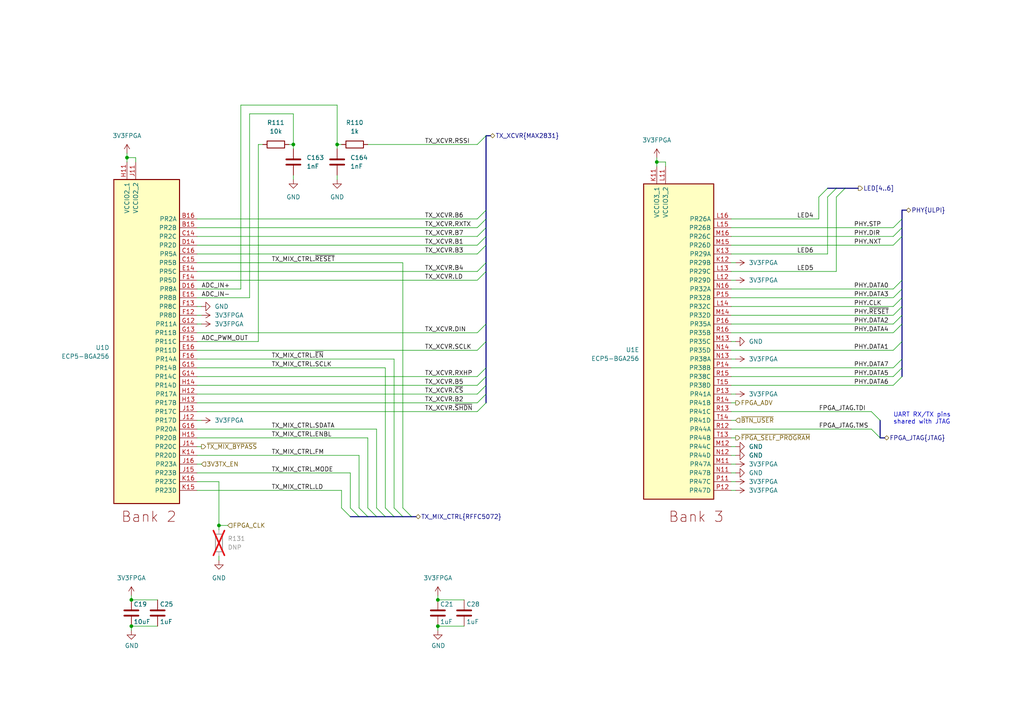
<source format=kicad_sch>
(kicad_sch (version 20230121) (generator eeschema)
  (paper "A4")
  (title_block (title "${TITLE}") (date "${DATE}") (rev "${VERSION}") (company "${COPYRIGHT}") (comment 1 "${LICENSE}"))
  (lib_symbols
    (symbol "Device:C" (pin_numbers hide) (pin_names (offset 0.254))
      (property "Reference" "C" (at 0.635 2.54 0))
      (property "Value" "C" (at 0.635 -2.54 0))
      (symbol "C_0_1"
        (polyline (pts (xy -2.032 -0.762) (xy 2.032 -0.762)) (stroke (width 0.508)))
        (polyline (pts (xy -2.032 0.762) (xy 2.032 0.762)) (stroke (width 0.508)))
      )
      (symbol "C_1_1"
        (pin passive line (at 0 3.81 270) (length 2.794) (name "~") (number "1"))
        (pin passive line (at 0 -3.81 90) (length 2.794) (name "~") (number "2"))
      )
    )
    (symbol "Device:R" (pin_numbers hide) (pin_names (offset 0))
      (property "Reference" "R" (at 2.032 0 90))
      (property "Value" "R" (at 0 0 90))
      (symbol "R_0_1"
        (rectangle (start -1.016 -2.54) (end 1.016 2.54) (stroke (width 0.254)))
      )
      (symbol "R_1_1"
        (pin passive line (at 0 3.81 270) (length 1.27) (name "~") (number "1"))
        (pin passive line (at 0 -3.81 90) (length 1.27) (name "~") (number "2"))
      )
    )
    (symbol "fpgas_and_processors:ECP5-BGA256" (pin_names (offset 0.762))
      (property "Reference" "U" (at -2.54 1.27 0))
      (property "Value" "ECP5-BGA256" (at 10.16 1.27 0))
      (symbol "ECP5-BGA256_1_0"
        (rectangle (start 5.08 0) (end 33.02 -71.12) (stroke (width 0.3048)) (fill (type background)))
      )
      (symbol "ECP5-BGA256_1_1"
        (text "FPGA Supplies" (at 19.05 -76.2 0) (effects (font (size 2.9972 2.9972))))
        (pin power_in line (at 38.1 -2.54 180) (length 5.08) (name "GND_1") (number "A1"))
        (pin power_in line (at 38.1 -5.08 180) (length 5.08) (name "GND_2") (number "A16"))
        (pin power_in line (at 38.1 -10.16 180) (length 5.08) (name "GND_4") (number "D15"))
        (pin power_in line (at 38.1 -7.62 180) (length 5.08) (name "GND_3") (number "D2"))
        (pin power_in line (at 38.1 -12.7 180) (length 5.08) (name "GND_5") (number "F8"))
        (pin power_in line (at 38.1 -15.24 180) (length 5.08) (name "GND_6") (number "F9"))
        (pin power_in line (at 38.1 -20.32 180) (length 5.08) (name "GND_8") (number "G10"))
        (pin power_in line (at 0 -66.04 0) (length 5.08) (name "VCCAUX_1") (number "G11"))
        (pin power_in line (at 0 -2.54 0) (length 5.08) (name "VCC_1") (number "G6"))
        (pin power_in line (at 0 -5.08 0) (length 5.08) (name "VCC_2") (number "G7"))
        (pin power_in line (at 38.1 -17.78 180) (length 5.08) (name "GND_7") (number "G8"))
        (pin power_in line (at 0 -7.62 0) (length 5.08) (name "VCC_3") (number "G9"))
        (pin power_in line (at 38.1 -22.86 180) (length 5.08) (name "GND_9") (number "H1"))
        (pin power_in line (at 38.1 -30.48 180) (length 5.08) (name "GND_12") (number "H10"))
        (pin power_in line (at 38.1 -33.02 180) (length 5.08) (name "GND_13") (number "H16"))
        (pin power_in line (at 38.1 -25.4 180) (length 5.08) (name "GND_10") (number "H8"))
        (pin power_in line (at 38.1 -27.94 180) (length 5.08) (name "GND_11") (number "H9"))
        (pin power_in line (at 38.1 -40.64 180) (length 5.08) (name "GND_16") (number "J10"))
        (pin power_in line (at 38.1 -35.56 180) (length 5.08) (name "GND_14") (number "J8"))
        (pin power_in line (at 38.1 -38.1 180) (length 5.08) (name "GND_15") (number "J9"))
        (pin power_in line (at 38.1 -53.34 180) (length 5.08) (name "GND_21") (number "K10"))
        (pin power_in line (at 38.1 -43.18 180) (length 5.08) (name "GND_17") (number "K6"))
        (pin power_in line (at 38.1 -45.72 180) (length 5.08) (name "GND_18") (number "K7"))
        (pin power_in line (at 38.1 -48.26 180) (length 5.08) (name "GND_19") (number "K8"))
        (pin power_in line (at 38.1 -50.8 180) (length 5.08) (name "GND_20") (number "K9"))
        (pin power_in line (at 0 -15.24 0) (length 5.08) (name "VCC_6") (number "L10"))
        (pin power_in line (at 0 -68.58 0) (length 5.08) (name "VCCAUX_2") (number "L7"))
        (pin power_in line (at 0 -10.16 0) (length 5.08) (name "VCC_4") (number "L8"))
        (pin power_in line (at 0 -12.7 0) (length 5.08) (name "VCC_5") (number "L9"))
        (pin power_in line (at 38.1 -58.42 180) (length 5.08) (name "GND_23") (number "N15"))
        (pin power_in line (at 38.1 -55.88 180) (length 5.08) (name "GND_22") (number "N2"))
        (pin power_in line (at 38.1 -60.96 180) (length 5.08) (name "GND_24") (number "T1"))
        (pin power_in line (at 38.1 -66.04 180) (length 5.08) (name "GND_26") (number "T12"))
        (pin power_in line (at 38.1 -68.58 180) (length 5.08) (name "GND_27") (number "T16"))
        (pin power_in line (at 38.1 -63.5 180) (length 5.08) (name "GND_25") (number "T5"))
      )
      (symbol "ECP5-BGA256_2_1"
        (rectangle (start 0 0) (end 19.05 -74.93) (stroke (width 0.3048)) (fill (type background)))
        (text "Bank 0" (at 10.16 -78.74 0) (effects (font (size 2.9972 2.9972))))
        (pin bidirectional line (at 24.13 -11.43 180) (length 5.08) (name "PT4A") (number "A2"))
        (pin bidirectional line (at 24.13 -16.51 180) (length 5.08) (name "PT6A") (number "A3"))
        (pin bidirectional line (at 24.13 -19.05 180) (length 5.08) (name "PT6B") (number "A4"))
        (pin bidirectional line (at 24.13 -43.18 180) (length 5.08) (name "PT18A") (number "A5"))
        (pin bidirectional line (at 24.13 -45.72 180) (length 5.08) (name "PT18B") (number "A6"))
        (pin bidirectional line (at 24.13 -68.58 180) (length 5.08) (name "PT29A") (number "A7"))
        (pin bidirectional line (at 24.13 -71.12 180) (length 5.08) (name "PT29B") (number "A8"))
        (pin bidirectional line (at 24.13 -13.97 180) (length 5.08) (name "PT4B") (number "B3"))
        (pin bidirectional line (at 24.13 -29.21 180) (length 5.08) (name "PT11B") (number "B4"))
        (pin bidirectional line (at 24.13 -39.37 180) (length 5.08) (name "PT15B") (number "B5"))
        (pin bidirectional line (at 24.13 -55.88 180) (length 5.08) (name "PT22B") (number "B6"))
        (pin bidirectional line (at 24.13 -66.04 180) (length 5.08) (name "PT27B") (number "B7"))
        (pin bidirectional line (at 24.13 -26.67 180) (length 5.08) (name "PT11A") (number "C4"))
        (pin bidirectional line (at 24.13 -36.83 180) (length 5.08) (name "PT15A") (number "C5"))
        (pin bidirectional line (at 24.13 -53.34 180) (length 5.08) (name "PT22A") (number "C6"))
        (pin bidirectional line (at 24.13 -63.5 180) (length 5.08) (name "PT27A") (number "C7"))
        (pin bidirectional line (at 24.13 -24.13 180) (length 5.08) (name "PT9B") (number "D4"))
        (pin bidirectional line (at 24.13 -34.29 180) (length 5.08) (name "PT13B") (number "D5"))
        (pin bidirectional line (at 24.13 -50.8 180) (length 5.08) (name "PT20B") (number "D6"))
        (pin bidirectional line (at 24.13 -60.96 180) (length 5.08) (name "PT24B") (number "D7"))
        (pin bidirectional line (at 24.13 -21.59 180) (length 5.08) (name "PT9A") (number "E4"))
        (pin bidirectional line (at 24.13 -31.75 180) (length 5.08) (name "PT13A") (number "E5"))
        (pin bidirectional line (at 24.13 -48.26 180) (length 5.08) (name "PT20A") (number "E6"))
        (pin bidirectional line (at 24.13 -58.42 180) (length 5.08) (name "PT24A") (number "E7"))
        (pin power_in line (at 7.62 5.08 270) (length 5.08) (name "VCCIO0_1") (number "F6"))
        (pin power_in line (at 5.08 5.08 270) (length 5.08) (name "VCCIO0_2") (number "F7"))
      )
      (symbol "ECP5-BGA256_3_0"
        (rectangle (start 0 0) (end 21.59 -93.98) (stroke (width 0.3048)) (fill (type background)))
      )
      (symbol "ECP5-BGA256_3_1"
        (text "Bank 1" (at 8.89 -96.52 0) (effects (font (size 2.9972 2.9972))))
        (pin bidirectional line (at 26.67 -34.29 180) (length 5.08) (name "PT42B") (number "A10"))
        (pin bidirectional line (at 26.67 -57.15 180) (length 5.08) (name "PT53A") (number "A11"))
        (pin bidirectional line (at 26.67 -59.69 180) (length 5.08) (name "PT53B") (number "A12"))
        (pin bidirectional line (at 26.67 -82.55 180) (length 5.08) (name "PT65A") (number "A13"))
        (pin bidirectional line (at 26.67 -85.09 180) (length 5.08) (name "PT65B") (number "A14"))
        (pin bidirectional line (at 26.67 -90.17 180) (length 5.08) (name "PT67B") (number "A15"))
        (pin bidirectional line (at 26.67 -31.75 180) (length 5.08) (name "PT42A") (number "A9"))
        (pin bidirectional line (at 26.67 -36.83 180) (length 5.08) (name "PT44A") (number "B10"))
        (pin bidirectional line (at 26.67 -46.99 180) (length 5.08) (name "PT49A") (number "B11"))
        (pin bidirectional line (at 26.67 -62.23 180) (length 5.08) (name "PT56A") (number "B12"))
        (pin bidirectional line (at 26.67 -72.39 180) (length 5.08) (name "PT60A") (number "B13"))
        (pin bidirectional line (at 26.67 -87.63 180) (length 5.08) (name "PT67A") (number "B14"))
        (pin bidirectional line (at 26.67 -19.05 180) (length 5.08) (name "PT35B") (number "B8"))
        (pin bidirectional line (at 26.67 -21.59 180) (length 5.08) (name "PT38A") (number "B9"))
        (pin bidirectional line (at 26.67 -39.37 180) (length 5.08) (name "PT44B") (number "C10"))
        (pin bidirectional line (at 26.67 -49.53 180) (length 5.08) (name "PT49B") (number "C11"))
        (pin bidirectional line (at 26.67 -64.77 180) (length 5.08) (name "PT56B") (number "C12"))
        (pin bidirectional line (at 26.67 -74.93 180) (length 5.08) (name "PT60B") (number "C13"))
        (pin bidirectional line (at 26.67 -16.51 180) (length 5.08) (name "PT35A") (number "C8"))
        (pin bidirectional line (at 26.67 -24.13 180) (length 5.08) (name "PT38B") (number "C9"))
        (pin bidirectional line (at 26.67 -41.91 180) (length 5.08) (name "PT47A") (number "D10"))
        (pin bidirectional line (at 26.67 -52.07 180) (length 5.08) (name "PT51A") (number "D11"))
        (pin bidirectional line (at 26.67 -67.31 180) (length 5.08) (name "PT58A") (number "D12"))
        (pin bidirectional line (at 26.67 -77.47 180) (length 5.08) (name "PT62A") (number "D13"))
        (pin bidirectional line (at 26.67 -13.97 180) (length 5.08) (name "PT33B") (number "D8"))
        (pin bidirectional line (at 26.67 -26.67 180) (length 5.08) (name "PT40A") (number "D9"))
        (pin bidirectional line (at 26.67 -44.45 180) (length 5.08) (name "PT47B") (number "E10"))
        (pin bidirectional line (at 26.67 -54.61 180) (length 5.08) (name "PT51B") (number "E11"))
        (pin bidirectional line (at 26.67 -69.85 180) (length 5.08) (name "PT58B") (number "E12"))
        (pin bidirectional line (at 26.67 -80.01 180) (length 5.08) (name "PT62B") (number "E13"))
        (pin bidirectional line (at 26.67 -11.43 180) (length 5.08) (name "PT33A") (number "E8"))
        (pin bidirectional line (at 26.67 -29.21 180) (length 5.08) (name "PT40B") (number "E9"))
        (pin power_in line (at 6.35 5.08 270) (length 5.08) (name "VCCIO1_1") (number "F10"))
        (pin power_in line (at 3.81 5.08 270) (length 5.08) (name "VCCIO1_2") (number "F11"))
      )
      (symbol "ECP5-BGA256_4_1"
        (rectangle (start 0 0) (end 19.05 -93.98) (stroke (width 0.3048)) (fill (type background)))
        (text "Bank 2" (at 10.16 -97.79 0) (effects (font (size 2.9972 2.9972))))
        (pin bidirectional line (at 24.13 -13.97 180) (length 5.08) (name "PR2B") (number "B15"))
        (pin bidirectional line (at 24.13 -11.43 180) (length 5.08) (name "PR2A") (number "B16"))
        (pin bidirectional line (at 24.13 -16.51 180) (length 5.08) (name "PR2C") (number "C14"))
        (pin bidirectional line (at 24.13 -24.13 180) (length 5.08) (name "PR5B") (number "C15"))
        (pin bidirectional line (at 24.13 -21.59 180) (length 5.08) (name "PR5A") (number "C16"))
        (pin bidirectional line (at 24.13 -19.05 180) (length 5.08) (name "PR2D") (number "D14"))
        (pin bidirectional line (at 24.13 -31.75 180) (length 5.08) (name "PR8A") (number "D16"))
        (pin bidirectional line (at 24.13 -26.67 180) (length 5.08) (name "PR5C") (number "E14"))
        (pin bidirectional line (at 24.13 -34.29 180) (length 5.08) (name "PR8B") (number "E15"))
        (pin bidirectional line (at 24.13 -49.53 180) (length 5.08) (name "PR11D") (number "E16"))
        (pin bidirectional line (at 24.13 -39.37 180) (length 5.08) (name "PR8D") (number "F12"))
        (pin bidirectional line (at 24.13 -36.83 180) (length 5.08) (name "PR8C") (number "F13"))
        (pin bidirectional line (at 24.13 -29.21 180) (length 5.08) (name "PR5D") (number "F14"))
        (pin bidirectional line (at 24.13 -46.99 180) (length 5.08) (name "PR11C") (number "F15"))
        (pin bidirectional line (at 24.13 -52.07 180) (length 5.08) (name "PR14A") (number "F16"))
        (pin bidirectional line (at 24.13 -41.91 180) (length 5.08) (name "PR11A") (number "G12"))
        (pin bidirectional line (at 24.13 -44.45 180) (length 5.08) (name "PR11B") (number "G13"))
        (pin bidirectional line (at 24.13 -57.15 180) (length 5.08) (name "PR14C") (number "G14"))
        (pin bidirectional line (at 24.13 -54.61 180) (length 5.08) (name "PR14B") (number "G15"))
        (pin bidirectional line (at 24.13 -72.39 180) (length 5.08) (name "PR20A") (number "G16"))
        (pin power_in line (at 3.81 5.08 270) (length 5.08) (name "VCCIO2_1") (number "H11"))
        (pin bidirectional line (at 24.13 -62.23 180) (length 5.08) (name "PR17A") (number "H12"))
        (pin bidirectional line (at 24.13 -64.77 180) (length 5.08) (name "PR17B") (number "H13"))
        (pin bidirectional line (at 24.13 -59.69 180) (length 5.08) (name "PR14D") (number "H14"))
        (pin bidirectional line (at 24.13 -74.93 180) (length 5.08) (name "PR20B") (number "H15"))
        (pin power_in line (at 6.35 5.08 270) (length 5.08) (name "VCCIO2_2") (number "J11"))
        (pin bidirectional line (at 24.13 -69.85 180) (length 5.08) (name "PR17D") (number "J12"))
        (pin bidirectional line (at 24.13 -67.31 180) (length 5.08) (name "PR17C") (number "J13"))
        (pin bidirectional line (at 24.13 -77.47 180) (length 5.08) (name "PR20C") (number "J14"))
        (pin bidirectional line (at 24.13 -85.09 180) (length 5.08) (name "PR23B") (number "J15"))
        (pin bidirectional line (at 24.13 -82.55 180) (length 5.08) (name "PR23A") (number "J16"))
        (pin bidirectional line (at 24.13 -80.01 180) (length 5.08) (name "PR20D") (number "K14"))
        (pin bidirectional line (at 24.13 -90.17 180) (length 5.08) (name "PR23D") (number "K15"))
        (pin bidirectional line (at 24.13 -87.63 180) (length 5.08) (name "PR23C") (number "K16"))
      )
      (symbol "ECP5-BGA256_5_0"
        (rectangle (start 0 0) (end 20.32 -91.44) (stroke (width 0.3048)) (fill (type background)))
      )
      (symbol "ECP5-BGA256_5_1"
        (text "Bank 3" (at 15.24 -96.52 0) (effects (font (size 2.9972 2.9972))))
        (pin power_in line (at 3.81 5.08 270) (length 5.08) (name "VCCIO3_1") (number "K11"))
        (pin bidirectional line (at 25.4 -22.86 180) (length 5.08) (name "PR29B") (number "K12"))
        (pin bidirectional line (at 25.4 -20.32 180) (length 5.08) (name "PR29A") (number "K13"))
        (pin power_in line (at 6.35 5.08 270) (length 5.08) (name "VCCIO3_2") (number "L11"))
        (pin bidirectional line (at 25.4 -27.94 180) (length 5.08) (name "PR29D") (number "L12"))
        (pin bidirectional line (at 25.4 -25.4 180) (length 5.08) (name "PR29C") (number "L13"))
        (pin bidirectional line (at 25.4 -35.56 180) (length 5.08) (name "PR32C") (number "L14"))
        (pin bidirectional line (at 25.4 -12.7 180) (length 5.08) (name "PR26B") (number "L15"))
        (pin bidirectional line (at 25.4 -10.16 180) (length 5.08) (name "PR26A") (number "L16"))
        (pin bidirectional line (at 25.4 -81.28 180) (length 5.08) (name "PR47A") (number "M11"))
        (pin bidirectional line (at 25.4 -76.2 180) (length 5.08) (name "PR44C") (number "M12"))
        (pin bidirectional line (at 25.4 -45.72 180) (length 5.08) (name "PR35C") (number "M13"))
        (pin bidirectional line (at 25.4 -38.1 180) (length 5.08) (name "PR32D") (number "M14"))
        (pin bidirectional line (at 25.4 -17.78 180) (length 5.08) (name "PR26D") (number "M15"))
        (pin bidirectional line (at 25.4 -15.24 180) (length 5.08) (name "PR26C") (number "M16"))
        (pin bidirectional line (at 25.4 -83.82 180) (length 5.08) (name "PR47B") (number "N11"))
        (pin bidirectional line (at 25.4 -78.74 180) (length 5.08) (name "PR44D") (number "N12"))
        (pin bidirectional line (at 25.4 -50.8 180) (length 5.08) (name "PR38A") (number "N13"))
        (pin bidirectional line (at 25.4 -48.26 180) (length 5.08) (name "PR35D") (number "N14"))
        (pin bidirectional line (at 25.4 -30.48 180) (length 5.08) (name "PR32A") (number "N16"))
        (pin bidirectional line (at 25.4 -86.36 180) (length 5.08) (name "PR47C") (number "P11"))
        (pin bidirectional line (at 25.4 -88.9 180) (length 5.08) (name "PR47D") (number "P12"))
        (pin bidirectional line (at 25.4 -60.96 180) (length 5.08) (name "PR41A") (number "P13"))
        (pin bidirectional line (at 25.4 -53.34 180) (length 5.08) (name "PR38B") (number "P14"))
        (pin bidirectional line (at 25.4 -33.02 180) (length 5.08) (name "PR32B") (number "P15"))
        (pin bidirectional line (at 25.4 -40.64 180) (length 5.08) (name "PR35A") (number "P16"))
        (pin bidirectional line (at 25.4 -71.12 180) (length 5.08) (name "PR44A") (number "R12"))
        (pin bidirectional line (at 25.4 -66.04 180) (length 5.08) (name "PR41C") (number "R13"))
        (pin bidirectional line (at 25.4 -63.5 180) (length 5.08) (name "PR41B") (number "R14"))
        (pin bidirectional line (at 25.4 -55.88 180) (length 5.08) (name "PR38C") (number "R15"))
        (pin bidirectional line (at 25.4 -43.18 180) (length 5.08) (name "PR35B") (number "R16"))
        (pin bidirectional line (at 25.4 -73.66 180) (length 5.08) (name "PR44B") (number "T13"))
        (pin bidirectional line (at 25.4 -68.58 180) (length 5.08) (name "PR41D") (number "T14"))
        (pin bidirectional line (at 25.4 -58.42 180) (length 5.08) (name "PR38D") (number "T15"))
      )
      (symbol "ECP5-BGA256_6_1"
        (rectangle (start 0 0) (end 19.05 -106.68) (stroke (width 0.3048)) (fill (type background)))
        (text "Bank 6" (at 11.43 -110.49 0) (effects (font (size 2.9972 2.9972))))
        (pin power_in line (at 3.81 5.08 270) (length 5.08) (name "VCCIO6_1") (number "J6"))
        (pin power_in line (at 6.35 5.08 270) (length 5.08) (name "VCCIO6_2") (number "J7"))
        (pin bidirectional line (at 24.13 -25.4 180) (length 5.08) (name "PL29A") (number "K4"))
        (pin bidirectional line (at 24.13 -27.94 180) (length 5.08) (name "PL29B") (number "K5"))
        (pin bidirectional line (at 24.13 -13.97 180) (length 5.08) (name "PL26A") (number "L1"))
        (pin bidirectional line (at 24.13 -16.51 180) (length 5.08) (name "PL26B") (number "L2"))
        (pin bidirectional line (at 24.13 -41.91 180) (length 5.08) (name "PL32C") (number "L3"))
        (pin bidirectional line (at 24.13 -30.48 180) (length 5.08) (name "PL29C") (number "L4"))
        (pin bidirectional line (at 24.13 -33.02 180) (length 5.08) (name "PL29D") (number "L5"))
        (pin bidirectional line (at 24.13 -19.05 180) (length 5.08) (name "PL26C") (number "M1"))
        (pin bidirectional line (at 24.13 -21.59 180) (length 5.08) (name "PL26D") (number "M2"))
        (pin bidirectional line (at 24.13 -44.45 180) (length 5.08) (name "PL32D") (number "M3"))
        (pin bidirectional line (at 24.13 -53.34 180) (length 5.08) (name "PL35C") (number "M4"))
        (pin bidirectional line (at 24.13 -78.74 180) (length 5.08) (name "PL44C") (number "M5"))
        (pin bidirectional line (at 24.13 -96.52 180) (length 5.08) (name "PL47A") (number "M6"))
        (pin bidirectional line (at 24.13 -36.83 180) (length 5.08) (name "PL32A") (number "N1"))
        (pin bidirectional line (at 24.13 -55.88 180) (length 5.08) (name "PL35D") (number "N3"))
        (pin bidirectional line (at 24.13 -60.96 180) (length 5.08) (name "PL38A") (number "N4"))
        (pin bidirectional line (at 24.13 -81.28 180) (length 5.08) (name "PL44D") (number "N5"))
        (pin bidirectional line (at 24.13 -99.06 180) (length 5.08) (name "PL47B") (number "N6"))
        (pin bidirectional line (at 24.13 -48.26 180) (length 5.08) (name "PL35A") (number "P1"))
        (pin bidirectional line (at 24.13 -39.37 180) (length 5.08) (name "PL32B") (number "P2"))
        (pin bidirectional line (at 24.13 -63.5 180) (length 5.08) (name "PL38B") (number "P3"))
        (pin bidirectional line (at 24.13 -85.09 180) (length 5.08) (name "PL41A") (number "P4"))
        (pin bidirectional line (at 24.13 -101.6 180) (length 5.08) (name "PL47D") (number "P5"))
        (pin bidirectional line (at 24.13 -104.14 180) (length 5.08) (name "PL47C") (number "P6"))
        (pin bidirectional line (at 24.13 -50.8 180) (length 5.08) (name "PL35B") (number "R1"))
        (pin bidirectional line (at 24.13 -66.04 180) (length 5.08) (name "PL38C") (number "R2"))
        (pin bidirectional line (at 24.13 -87.63 180) (length 5.08) (name "PL41B") (number "R3"))
        (pin bidirectional line (at 24.13 -90.17 180) (length 5.08) (name "PL41C") (number "R4"))
        (pin bidirectional line (at 24.13 -73.66 180) (length 5.08) (name "PL44A") (number "R5"))
        (pin bidirectional line (at 24.13 -68.58 180) (length 5.08) (name "PL38D") (number "T2"))
        (pin bidirectional line (at 24.13 -92.71 180) (length 5.08) (name "PL41D") (number "T3"))
        (pin bidirectional line (at 24.13 -76.2 180) (length 5.08) (name "PL44B") (number "T4"))
      )
      (symbol "ECP5-BGA256_7_1"
        (rectangle (start 0 0) (end 20.32 -109.22) (stroke (width 0.3048)) (fill (type background)))
        (text "Bank 7" (at 12.7 -113.03 0) (effects (font (size 2.9972 2.9972))))
        (pin bidirectional line (at 25.4 -10.16 180) (length 5.08) (name "PL2A") (number "B1"))
        (pin bidirectional line (at 25.4 -12.7 180) (length 5.08) (name "PL2B") (number "B2"))
        (pin bidirectional line (at 25.4 -22.86 180) (length 5.08) (name "PL5A") (number "C1"))
        (pin bidirectional line (at 25.4 -25.4 180) (length 5.08) (name "PL5B") (number "C2"))
        (pin bidirectional line (at 25.4 -15.24 180) (length 5.08) (name "PL2C") (number "C3"))
        (pin bidirectional line (at 25.4 -35.56 180) (length 5.08) (name "PL8A") (number "D1"))
        (pin bidirectional line (at 25.4 -17.78 180) (length 5.08) (name "PL2D") (number "D3"))
        (pin bidirectional line (at 25.4 -54.61 180) (length 5.08) (name "PL11D") (number "E1"))
        (pin bidirectional line (at 25.4 -38.1 180) (length 5.08) (name "PL8B") (number "E2"))
        (pin bidirectional line (at 25.4 -27.94 180) (length 5.08) (name "PL5C") (number "E3"))
        (pin bidirectional line (at 25.4 -59.69 180) (length 5.08) (name "PL14A") (number "F1"))
        (pin bidirectional line (at 25.4 -52.07 180) (length 5.08) (name "PL11C") (number "F2"))
        (pin bidirectional line (at 25.4 -30.48 180) (length 5.08) (name "PL5D") (number "F3"))
        (pin bidirectional line (at 25.4 -40.64 180) (length 5.08) (name "PL8C") (number "F4"))
        (pin bidirectional line (at 25.4 -43.18 180) (length 5.08) (name "PL8D") (number "F5"))
        (pin bidirectional line (at 25.4 -82.55 180) (length 5.08) (name "PL20A") (number "G1"))
        (pin bidirectional line (at 25.4 -62.23 180) (length 5.08) (name "PL14B") (number "G2"))
        (pin bidirectional line (at 25.4 -64.77 180) (length 5.08) (name "PL14C") (number "G3"))
        (pin bidirectional line (at 25.4 -49.53 180) (length 5.08) (name "PL11B") (number "G4"))
        (pin bidirectional line (at 25.4 -46.99 180) (length 5.08) (name "PL11A") (number "G5"))
        (pin bidirectional line (at 25.4 -85.09 180) (length 5.08) (name "PL20B") (number "H2"))
        (pin bidirectional line (at 25.4 -67.31 180) (length 5.08) (name "PL14D") (number "H3"))
        (pin bidirectional line (at 25.4 -73.66 180) (length 5.08) (name "PL17B") (number "H4"))
        (pin bidirectional line (at 25.4 -71.12 180) (length 5.08) (name "PL17A") (number "H5"))
        (pin power_in line (at 7.62 5.08 270) (length 5.08) (name "VCCIO7_1") (number "H6"))
        (pin power_in line (at 5.08 5.08 270) (length 5.08) (name "VCCIO7_2") (number "H7"))
        (pin bidirectional line (at 25.4 -95.25 180) (length 5.08) (name "PL23A") (number "J1"))
        (pin bidirectional line (at 25.4 -97.79 180) (length 5.08) (name "PL23B") (number "J2"))
        (pin bidirectional line (at 25.4 -87.63 180) (length 5.08) (name "PL20C") (number "J3"))
        (pin bidirectional line (at 25.4 -76.2 180) (length 5.08) (name "PL17C") (number "J4"))
        (pin bidirectional line (at 25.4 -78.74 180) (length 5.08) (name "PL17D") (number "J5"))
        (pin bidirectional line (at 25.4 -100.33 180) (length 5.08) (name "PL23C") (number "K1"))
        (pin bidirectional line (at 25.4 -102.87 180) (length 5.08) (name "PL23D") (number "K2"))
        (pin bidirectional line (at 25.4 -90.17 180) (length 5.08) (name "PL20D") (number "K3"))
      )
      (symbol "ECP5-BGA256_8_0"
        (text "(Config)" (at 13.97 -97.79 0) (effects (font (size 2.9972 2.9972))))
        (text "Bank 8" (at 13.97 -92.71 0) (effects (font (size 2.9972 2.9972))))
      )
      (symbol "ECP5-BGA256_8_1"
        (rectangle (start 0 0) (end 21.59 -88.9) (stroke (width 0.3048)) (fill (type background)))
        (pin power_in line (at 5.08 5.08 270) (length 5.08) (name "VCCIO8") (number "L6"))
        (pin output line (at 26.67 -57.15 180) (length 5.08) (name "TDO") (number "M10"))
        (pin bidirectional line (at 26.67 -24.13 180) (length 5.08) (name "D2/PB9B") (number "M7"))
        (pin bidirectional line (at 26.67 -39.37 180) (length 5.08) (name "DOUT/CSON/PB15B") (number "M8"))
        (pin bidirectional line (at 26.67 -41.91 180) (length 5.08) (name "WRITEEN/PB18A") (number "M9"))
        (pin input line (at 26.67 -68.58 180) (length 5.08) (name "CFG_0") (number "N10"))
        (pin bidirectional line (at 26.67 -21.59 180) (length 5.08) (name "D3/PB9A") (number "N7"))
        (pin bidirectional line (at 26.67 -36.83 180) (length 5.08) (name "HOLDN/DI/PB15A") (number "N8"))
        (pin bidirectional line (at 26.67 -63.5 180) (length 5.08) (name "MCLK/SCLK/CCLK") (number "N9"))
        (pin input line (at 26.67 -71.12 180) (length 5.08) (name "CFG_1") (number "P10"))
        (pin bidirectional line (at 26.67 -19.05 180) (length 5.08) (name "D4/PICO2/PB6B") (number "P7"))
        (pin bidirectional line (at 26.67 -34.29 180) (length 5.08) (name "CS1N/PB13B") (number "P8"))
        (pin bidirectional line (at 26.67 -80.01 180) (length 5.08) (name "DONE") (number "P9"))
        (pin input line (at 26.67 -73.66 180) (length 5.08) (name "CFG_2") (number "R10"))
        (pin input line (at 26.67 -54.61 180) (length 5.08) (name "TDI") (number "R11"))
        (pin bidirectional line (at 26.67 -13.97 180) (length 5.08) (name "D6/PB4B") (number "R6"))
        (pin bidirectional line (at 26.67 -16.51 180) (length 5.08) (name "D5/POCI2/PB6A") (number "R7"))
        (pin bidirectional line (at 26.67 -31.75 180) (length 5.08) (name "SN/CSN/PB13A") (number "R8"))
        (pin bidirectional line (at 26.67 -85.09 180) (length 5.08) (name "PROGRAMN") (number "R9"))
        (pin input line (at 26.67 -52.07 180) (length 5.08) (name "TCK") (number "T10"))
        (pin input line (at 26.67 -49.53 180) (length 5.08) (name "TMS") (number "T11"))
        (pin bidirectional line (at 26.67 -11.43 180) (length 5.08) (name "D7/PB4A") (number "T6"))
        (pin bidirectional line (at 26.67 -26.67 180) (length 5.08) (name "D1/POCI/PB11A") (number "T7"))
        (pin bidirectional line (at 26.67 -29.21 180) (length 5.08) (name "D0/PICO/PB11B") (number "T8"))
        (pin bidirectional line (at 26.67 -82.55 180) (length 5.08) (name "INITN") (number "T9"))
      )
    )
    (symbol "power:GND" (power) (pin_names (offset 0))
      (property "Value" "GND" (at 0 -3.81 0))
      (symbol "GND_0_1"
        (polyline (pts (xy 0 0) (xy 0 -1.27) (xy 1.27 -1.27) (xy 0 -2.54) (xy -1.27 -1.27) (xy 0 -1.27)))
      )
      (symbol "GND_1_1"
        (pin power_in line (at 0 0 270) (length 0) hide (name "GND") (number "1"))
      )
    )
    (symbol "support_hardware:3V3FPGA" (power) (pin_names (offset 0))
      (property "Value" "3V3FPGA" (at 0 3.81 0))
      (symbol "3V3FPGA_0_1"
        (polyline (pts (xy -0.762 1.27) (xy 0 2.54)))
        (polyline (pts (xy 0 0) (xy 0 2.54)))
        (polyline (pts (xy 0 2.54) (xy 0.762 1.27)))
      )
      (symbol "3V3FPGA_1_1"
        (pin power_in line (at 0 0 90) (length 0) hide (name "3V3FPGA") (number "1"))
      )
    )
  )
  (junction (at 190.5 46.99))
  (junction (at 127 181.61))
  (junction (at 36.83 45.72))
  (junction (at 97.79 41.91))
  (junction (at 63.5 152.4))
  (junction (at 127 173.99))
  (junction (at 85.09 41.91))
  (junction (at 38.1 173.99))
  (junction (at 38.1 181.61))
  (bus_entry (at 111.76 149.86) (size -2.54 -2.54))
  (bus_entry (at 106.68 149.86) (size -2.54 -2.54))
  (bus_entry (at 259.08 66.04) (size 2.54 -2.54))
  (bus_entry (at 140.97 71.12) (size -2.54 2.54))
  (bus_entry (at 140.97 76.2) (size -2.54 2.54))
  (bus_entry (at 140.97 99.06) (size -2.54 2.54))
  (bus_entry (at 140.97 63.5) (size -2.54 2.54))
  (bus_entry (at 259.08 101.6) (size 2.54 -2.54))
  (bus_entry (at 104.14 149.86) (size -2.54 -2.54))
  (bus_entry (at 245.11 54.61) (size -2.54 2.54))
  (bus_entry (at 140.97 114.3) (size -2.54 2.54))
  (bus_entry (at 140.97 111.76) (size -2.54 2.54))
  (bus_entry (at 252.73 124.46) (size 2.54 2.54))
  (bus_entry (at 116.84 149.86) (size -2.54 -2.54))
  (bus_entry (at 259.08 68.58) (size 2.54 -2.54))
  (bus_entry (at 259.08 109.22) (size 2.54 -2.54))
  (bus_entry (at 259.08 106.68) (size 2.54 -2.54))
  (bus_entry (at 259.08 93.98) (size 2.54 -2.54))
  (bus_entry (at 259.08 86.36) (size 2.54 -2.54))
  (bus_entry (at 252.73 119.38) (size 2.54 2.54))
  (bus_entry (at 140.97 106.68) (size -2.54 2.54))
  (bus_entry (at 140.97 68.58) (size -2.54 2.54))
  (bus_entry (at 114.3 149.86) (size -2.54 -2.54))
  (bus_entry (at 140.97 109.22) (size -2.54 2.54))
  (bus_entry (at 259.08 83.82) (size 2.54 -2.54))
  (bus_entry (at 259.08 88.9) (size 2.54 -2.54))
  (bus_entry (at 140.97 93.98) (size -2.54 2.54))
  (bus_entry (at 140.97 66.04) (size -2.54 2.54))
  (bus_entry (at 140.97 60.96) (size -2.54 2.54))
  (bus_entry (at 259.08 71.12) (size 2.54 -2.54))
  (bus_entry (at 109.22 149.86) (size -2.54 -2.54))
  (bus_entry (at 259.08 96.52) (size 2.54 -2.54))
  (bus_entry (at 101.6 149.86) (size -2.54 -2.54))
  (bus_entry (at 259.08 111.76) (size 2.54 -2.54))
  (bus_entry (at 140.97 116.84) (size -2.54 2.54))
  (bus_entry (at 242.57 54.61) (size -2.54 2.54))
  (bus_entry (at 140.97 78.74) (size -2.54 2.54))
  (bus_entry (at 119.38 149.86) (size -2.54 -2.54))
  (bus_entry (at 261.62 88.9) (size -2.54 2.54))
  (bus_entry (at 240.03 54.61) (size -2.54 2.54))
  (bus_entry (at 140.97 39.37) (size -2.54 2.54))
  (bus (pts (xy 140.97 60.96) (xy 140.97 63.5)))
  (bus (pts (xy 261.62 68.58) (xy 261.62 81.28)))
  (wire (pts (xy 259.08 66.04) (xy 212.09 66.04)))
  (wire (pts (xy 190.5 45.72) (xy 190.5 46.99)))
  (wire (pts (xy 212.09 73.66) (xy 240.03 73.66)))
  (wire (pts (xy 190.5 46.99) (xy 193.04 46.99)))
  (bus (pts (xy 261.62 81.28) (xy 261.62 83.82)))
  (wire (pts (xy 259.08 68.58) (xy 212.09 68.58)))
  (bus (pts (xy 140.97 39.37) (xy 142.24 39.37)))
  (wire (pts (xy 127 172.72) (xy 127 173.99)))
  (wire (pts (xy 127 181.61) (xy 127 182.88)))
  (bus (pts (xy 140.97 111.76) (xy 140.97 114.3)))
  (wire (pts (xy 57.15 96.52) (xy 138.43 96.52)))
  (wire (pts (xy 213.36 127) (xy 212.09 127)))
  (wire (pts (xy 193.04 46.99) (xy 193.04 48.26)))
  (bus (pts (xy 261.62 86.36) (xy 261.62 88.9)))
  (wire (pts (xy 97.79 41.91) (xy 99.06 41.91)))
  (bus (pts (xy 140.97 93.98) (xy 140.97 99.06)))
  (wire (pts (xy 57.15 114.3) (xy 138.43 114.3)))
  (bus (pts (xy 240.03 54.61) (xy 242.57 54.61)))
  (bus (pts (xy 261.62 60.96) (xy 261.62 63.5)))
  (wire (pts (xy 212.09 104.14) (xy 213.36 104.14)))
  (bus (pts (xy 106.68 149.86) (xy 109.22 149.86)))
  (bus (pts (xy 140.97 63.5) (xy 140.97 66.04)))
  (wire (pts (xy 212.09 114.3) (xy 213.36 114.3)))
  (wire (pts (xy 38.1 181.61) (xy 38.1 182.88)))
  (bus (pts (xy 109.22 149.86) (xy 111.76 149.86)))
  (wire (pts (xy 69.85 30.48) (xy 69.85 83.82)))
  (wire (pts (xy 109.22 124.46) (xy 109.22 147.32)))
  (bus (pts (xy 261.62 66.04) (xy 261.62 68.58)))
  (wire (pts (xy 63.5 152.4) (xy 66.04 152.4)))
  (wire (pts (xy 259.08 93.98) (xy 212.09 93.98)))
  (wire (pts (xy 36.83 46.99) (xy 36.83 45.72)))
  (wire (pts (xy 212.09 119.38) (xy 252.73 119.38)))
  (bus (pts (xy 140.97 68.58) (xy 140.97 71.12)))
  (wire (pts (xy 114.3 104.14) (xy 114.3 147.32)))
  (wire (pts (xy 127 173.99) (xy 134.62 173.99)))
  (wire (pts (xy 57.15 139.7) (xy 63.5 139.7)))
  (wire (pts (xy 212.09 142.24) (xy 213.36 142.24)))
  (bus (pts (xy 116.84 149.86) (xy 119.38 149.86)))
  (bus (pts (xy 140.97 39.37) (xy 140.97 60.96)))
  (wire (pts (xy 85.09 50.8) (xy 85.09 52.07)))
  (wire (pts (xy 69.85 83.82) (xy 57.15 83.82)))
  (wire (pts (xy 57.15 142.24) (xy 99.06 142.24)))
  (wire (pts (xy 57.15 127) (xy 106.68 127)))
  (wire (pts (xy 57.15 109.22) (xy 138.43 109.22)))
  (wire (pts (xy 57.15 101.6) (xy 138.43 101.6)))
  (wire (pts (xy 38.1 172.72) (xy 38.1 173.99)))
  (bus (pts (xy 140.97 109.22) (xy 140.97 111.76)))
  (wire (pts (xy 57.15 137.16) (xy 101.6 137.16)))
  (wire (pts (xy 36.83 45.72) (xy 36.83 44.45)))
  (wire (pts (xy 190.5 48.26) (xy 190.5 46.99)))
  (bus (pts (xy 101.6 149.86) (xy 104.14 149.86)))
  (bus (pts (xy 242.57 54.61) (xy 245.11 54.61)))
  (bus (pts (xy 261.62 63.5) (xy 261.62 66.04)))
  (wire (pts (xy 212.09 63.5) (xy 237.49 63.5)))
  (wire (pts (xy 38.1 173.99) (xy 45.72 173.99)))
  (bus (pts (xy 255.27 121.92) (xy 255.27 127)))
  (bus (pts (xy 261.62 91.44) (xy 261.62 93.98)))
  (wire (pts (xy 212.09 91.44) (xy 259.08 91.44)))
  (wire (pts (xy 57.15 111.76) (xy 138.43 111.76)))
  (wire (pts (xy 259.08 111.76) (xy 212.09 111.76)))
  (wire (pts (xy 106.68 41.91) (xy 138.43 41.91)))
  (wire (pts (xy 85.09 33.02) (xy 85.09 41.91)))
  (wire (pts (xy 97.79 41.91) (xy 97.79 43.18)))
  (bus (pts (xy 261.62 104.14) (xy 261.62 106.68)))
  (wire (pts (xy 63.5 161.29) (xy 63.5 162.56)))
  (wire (pts (xy 57.15 93.98) (xy 58.42 93.98)))
  (bus (pts (xy 261.62 99.06) (xy 261.62 104.14)))
  (bus (pts (xy 261.62 88.9) (xy 261.62 91.44)))
  (bus (pts (xy 140.97 66.04) (xy 140.97 68.58)))
  (wire (pts (xy 57.15 104.14) (xy 114.3 104.14)))
  (wire (pts (xy 57.15 119.38) (xy 138.43 119.38)))
  (bus (pts (xy 140.97 76.2) (xy 140.97 78.74)))
  (wire (pts (xy 38.1 181.61) (xy 45.72 181.61)))
  (wire (pts (xy 212.09 137.16) (xy 213.36 137.16)))
  (wire (pts (xy 39.37 45.72) (xy 39.37 46.99)))
  (wire (pts (xy 212.09 81.28) (xy 213.36 81.28)))
  (bus (pts (xy 114.3 149.86) (xy 116.84 149.86)))
  (wire (pts (xy 63.5 152.4) (xy 63.5 153.67)))
  (wire (pts (xy 57.15 78.74) (xy 138.43 78.74)))
  (bus (pts (xy 140.97 106.68) (xy 140.97 109.22)))
  (wire (pts (xy 212.09 132.08) (xy 213.36 132.08)))
  (wire (pts (xy 57.15 88.9) (xy 58.42 88.9)))
  (wire (pts (xy 97.79 30.48) (xy 69.85 30.48)))
  (wire (pts (xy 259.08 106.68) (xy 212.09 106.68)))
  (bus (pts (xy 140.97 71.12) (xy 140.97 76.2)))
  (wire (pts (xy 72.39 33.02) (xy 72.39 86.36)))
  (wire (pts (xy 74.93 41.91) (xy 76.2 41.91)))
  (wire (pts (xy 111.76 147.32) (xy 111.76 106.68)))
  (wire (pts (xy 259.08 83.82) (xy 212.09 83.82)))
  (wire (pts (xy 212.09 129.54) (xy 213.36 129.54)))
  (wire (pts (xy 212.09 121.92) (xy 213.36 121.92)))
  (wire (pts (xy 212.09 116.84) (xy 213.36 116.84)))
  (wire (pts (xy 63.5 139.7) (xy 63.5 152.4)))
  (wire (pts (xy 57.15 91.44) (xy 58.42 91.44)))
  (bus (pts (xy 262.89 60.96) (xy 261.62 60.96)))
  (wire (pts (xy 212.09 139.7) (xy 213.36 139.7)))
  (wire (pts (xy 97.79 50.8) (xy 97.79 52.07)))
  (wire (pts (xy 242.57 78.74) (xy 242.57 57.15)))
  (wire (pts (xy 57.15 121.92) (xy 58.42 121.92)))
  (wire (pts (xy 259.08 88.9) (xy 212.09 88.9)))
  (wire (pts (xy 97.79 30.48) (xy 97.79 41.91)))
  (wire (pts (xy 116.84 76.2) (xy 116.84 147.32)))
  (wire (pts (xy 237.49 57.15) (xy 237.49 63.5)))
  (wire (pts (xy 72.39 33.02) (xy 85.09 33.02)))
  (wire (pts (xy 57.15 71.12) (xy 138.43 71.12)))
  (wire (pts (xy 101.6 137.16) (xy 101.6 147.32)))
  (bus (pts (xy 120.65 149.86) (xy 119.38 149.86)))
  (wire (pts (xy 99.06 142.24) (xy 99.06 147.32)))
  (wire (pts (xy 57.15 129.54) (xy 58.42 129.54)))
  (wire (pts (xy 74.93 99.06) (xy 57.15 99.06)))
  (bus (pts (xy 261.62 93.98) (xy 261.62 99.06)))
  (wire (pts (xy 259.08 109.22) (xy 212.09 109.22)))
  (wire (pts (xy 57.15 132.08) (xy 104.14 132.08)))
  (wire (pts (xy 57.15 106.68) (xy 111.76 106.68)))
  (wire (pts (xy 212.09 76.2) (xy 213.36 76.2)))
  (wire (pts (xy 259.08 96.52) (xy 212.09 96.52)))
  (wire (pts (xy 57.15 76.2) (xy 116.84 76.2)))
  (wire (pts (xy 212.09 99.06) (xy 213.36 99.06)))
  (wire (pts (xy 212.09 134.62) (xy 213.36 134.62)))
  (wire (pts (xy 127 181.61) (xy 134.62 181.61)))
  (wire (pts (xy 57.15 73.66) (xy 138.43 73.66)))
  (wire (pts (xy 57.15 116.84) (xy 138.43 116.84)))
  (wire (pts (xy 104.14 132.08) (xy 104.14 147.32)))
  (bus (pts (xy 104.14 149.86) (xy 106.68 149.86)))
  (wire (pts (xy 57.15 81.28) (xy 138.43 81.28)))
  (bus (pts (xy 261.62 83.82) (xy 261.62 86.36)))
  (wire (pts (xy 212.09 78.74) (xy 242.57 78.74)))
  (wire (pts (xy 57.15 124.46) (xy 109.22 124.46)))
  (bus (pts (xy 111.76 149.86) (xy 114.3 149.86)))
  (bus (pts (xy 140.97 114.3) (xy 140.97 116.84)))
  (wire (pts (xy 212.09 71.12) (xy 259.08 71.12)))
  (wire (pts (xy 259.08 101.6) (xy 212.09 101.6)))
  (wire (pts (xy 240.03 73.66) (xy 240.03 57.15)))
  (wire (pts (xy 57.15 68.58) (xy 138.43 68.58)))
  (wire (pts (xy 74.93 41.91) (xy 74.93 99.06)))
  (wire (pts (xy 72.39 86.36) (xy 57.15 86.36)))
  (bus (pts (xy 140.97 78.74) (xy 140.97 93.98)))
  (wire (pts (xy 85.09 41.91) (xy 85.09 43.18)))
  (wire (pts (xy 212.09 124.46) (xy 252.73 124.46)))
  (wire (pts (xy 259.08 86.36) (xy 212.09 86.36)))
  (wire (pts (xy 57.15 63.5) (xy 138.43 63.5)))
  (wire (pts (xy 83.82 41.91) (xy 85.09 41.91)))
  (wire (pts (xy 57.15 134.62) (xy 58.42 134.62)))
  (bus (pts (xy 245.11 54.61) (xy 248.92 54.61)))
  (wire (pts (xy 57.15 66.04) (xy 138.43 66.04)))
  (bus (pts (xy 256.54 127) (xy 255.27 127)))
  (wire (pts (xy 36.83 45.72) (xy 39.37 45.72)))
  (bus (pts (xy 140.97 99.06) (xy 140.97 106.68)))
  (wire (pts (xy 106.68 147.32) (xy 106.68 127)))
  (bus (pts (xy 261.62 106.68) (xy 261.62 109.22)))
  (text "UART RX/TX pins\nshared with JTAG" (at 259.08 123.19 0) (effects (font (size 1.27 1.27)) (justify left bottom)))
  (label "TX_MIX_CTRL.~{EN}" (at 78.74 104.14 0))
  (label "PHY.STP" (at 247.65 66.04 0))
  (label "TX_XCVR.LD" (at 123.19 81.28 0))
  (label "FPGA_JTAG.TDI" (at 237.49 119.38 0))
  (label "ADC_PWM_OUT" (at 58.42 99.06 0))
  (label "PHY.DATA7" (at 247.65 106.68 0))
  (label "TX_MIX_CTRL.ENBL" (at 78.74 127 0))
  (label "ADC_IN+" (at 58.42 83.82 0))
  (label "PHY.DATA0" (at 247.65 83.82 0))
  (label "TX_XCVR.B3" (at 123.19 73.66 0))
  (label "LED5" (at 231.14 78.74 0))
  (label "TX_MIX_CTRL.LD" (at 78.74 142.24 0))
  (label "PHY.DATA6" (at 247.65 111.76 0))
  (label "LED4" (at 231.14 63.5 0))
  (label "TX_MIX_CTRL.~{RESET}" (at 78.74 76.2 0))
  (label "PHY.~{RESET}" (at 247.65 91.44 0))
  (label "TX_XCVR.B5" (at 123.19 111.76 0))
  (label "TX_MIX_CTRL.MODE" (at 78.74 137.16 0))
  (label "TX_XCVR.B1" (at 123.19 71.12 0))
  (label "TX_MIX_CTRL.SDATA" (at 78.74 124.46 0))
  (label "TX_XCVR.DIN" (at 123.19 96.52 0))
  (label "LED6" (at 231.14 73.66 0))
  (label "TX_XCVR.~{CS}" (at 123.19 114.3 0))
  (label "TX_XCVR.RXHP" (at 123.19 109.22 0))
  (label "TX_XCVR.B4" (at 123.19 78.74 0))
  (label "TX_MIX_CTRL.FM" (at 78.74 132.08 0))
  (label "PHY.DATA3" (at 247.65 86.36 0))
  (label "FPGA_JTAG.TMS" (at 237.49 124.46 0))
  (label "TX_MIX_CTRL.SCLK" (at 78.74 106.68 0))
  (label "TX_XCVR.B7" (at 123.19 68.58 0))
  (label "PHY.CLK" (at 247.65 88.9 0))
  (label "TX_XCVR.RSSI" (at 123.19 41.91 0))
  (label "TX_XCVR.SCLK" (at 123.19 101.6 0))
  (label "ADC_IN-" (at 58.42 86.36 0))
  (label "PHY.DATA1" (at 247.65 101.6 0))
  (label "TX_XCVR.B6" (at 123.19 63.5 0))
  (label "PHY.DATA2" (at 247.65 93.98 0))
  (label "TX_XCVR.~{SHDN}" (at 123.19 119.38 0))
  (label "TX_XCVR.B2" (at 123.19 116.84 0))
  (label "PHY.DIR" (at 247.65 68.58 0))
  (label "TX_XCVR.RXTX" (at 123.19 66.04 0))
  (label "PHY.DATA5" (at 247.65 109.22 0))
  (label "PHY.NXT" (at 247.65 71.12 0))
  (label "PHY.DATA4" (at 247.65 96.52 0))
  (hierarchical_label "FPGA_CLK" (shape input) (at 66.04 152.4 0))
  (hierarchical_label "~{BTN_USER}" (shape input) (at 213.36 121.92 0))
  (hierarchical_label "PHY{ULPI}" (shape bidirectional) (at 262.89 60.96 0))
  (hierarchical_label "LED[4..6]" (shape output) (at 248.92 54.61 0))
  (hierarchical_label "~{TX_MIX_BYPASS}" (shape output) (at 58.42 129.54 0))
  (hierarchical_label "TX_MIX_CTRL{RFFC5072}" (shape bidirectional) (at 120.65 149.86 0))
  (hierarchical_label "~{FPGA_SELF_PROGRAM}" (shape output) (at 213.36 127 0))
  (hierarchical_label "FPGA_ADV" (shape output) (at 213.36 116.84 0))
  (hierarchical_label "FPGA_JTAG{JTAG}" (shape bidirectional) (at 256.54 127 0))
  (hierarchical_label "3V3TX_EN" (shape input) (at 58.42 134.62 0))
  (hierarchical_label "TX_XCVR{MAX2831}" (shape bidirectional) (at 142.24 39.37 0))
  (symbol (lib_id "support_hardware:3V3FPGA") (at 36.83 44.45 0) (unit 1)
    (property "Reference" "#PWR0281" (effects hide))
    (property "Value" "3V3FPGA" (at 36.83 39.37 0))
  )
  (symbol (lib_id "power:GND") (at 213.36 99.06 90) (unit 1)
    (property "Reference" "#PWR07" (effects hide))
    (property "Value" "GND" (at 217.17 99.06 90) (effects (justify right)))
  )
  (symbol (lib_id "Device:C") (at 45.72 177.8 0) (unit 1)
    (property "Reference" "C25" (at 46.355 175.26 0) (effects (justify left)))
    (property "Value" "1uF" (at 46.355 180.34 0) (effects (justify left)))
    (property "Footprint" "Capacitor_SMD:C_0402_1005Metric" (effects hide))
    (property "Part Number" "CL05A105KP5NNNC" (effects hide))
    (property "Substitution" "any equivalent" (effects hide))
    (property "Description" "CAP CER 1UF 10V X5R 0402" (effects hide))
    (property "Manufacturer" "Samsung" (effects hide))
  )
  (symbol (lib_id "support_hardware:3V3FPGA") (at 213.36 114.3 270) (unit 1)
    (property "Reference" "#PWR09" (effects hide))
    (property "Value" "3V3FPGA" (at 217.17 114.3 90) (effects (justify left)))
  )
  (symbol (lib_id "support_hardware:3V3FPGA") (at 58.42 93.98 270) (unit 1)
    (property "Reference" "#PWR0324" (effects hide))
    (property "Value" "3V3FPGA" (at 62.23 93.98 90) (effects (justify left)))
  )
  (symbol (lib_id "Device:R") (at 80.01 41.91 90) (unit 1)
    (property "Reference" "R111" (at 80.01 35.56 90))
    (property "Value" "10k" (at 80.01 38.1 90))
    (property "Footprint" "Resistor_SMD:R_0402_1005Metric" (effects hide))
    (property "Part Number" "RC0402JR-0710KL" (effects hide))
    (property "Substitution" "any equivalent" (effects hide))
    (property "Description" "RES 10K OHM 5% 1/16W 0402" (effects hide))
    (property "Manufacturer" "Yageo" (effects hide))
  )
  (symbol (lib_id "power:GND") (at 85.09 52.07 0) (unit 1)
    (property "Reference" "#PWR048" (effects hide))
    (property "Value" "GND" (at 85.09 57.15 0))
  )
  (symbol (lib_id "support_hardware:3V3FPGA") (at 213.36 134.62 270) (unit 1)
    (property "Reference" "#PWR013" (effects hide))
    (property "Value" "3V3FPGA" (at 217.17 134.62 90) (effects (justify left)))
  )
  (symbol (lib_id "support_hardware:3V3FPGA") (at 58.42 91.44 270) (unit 1)
    (property "Reference" "#PWR06" (effects hide))
    (property "Value" "3V3FPGA" (at 62.23 91.44 90) (effects (justify left)))
  )
  (symbol (lib_id "Device:R") (at 102.87 41.91 270) (unit 1)
    (property "Reference" "R110" (at 102.87 35.56 90))
    (property "Value" "1k" (at 102.87 38.1 90))
    (property "Footprint" "Resistor_SMD:R_0402_1005Metric" (effects hide))
    (property "Part Number" "RC0402JR-071KL" (effects hide))
    (property "Substitution" "any equivalent" (effects hide))
    (property "Description" "RES 1K OHM 5% 1/16W 0402" (effects hide))
    (property "Manufacturer" "Yageo" (effects hide))
  )
  (symbol (lib_id "power:GND") (at 127 182.88 0) (unit 1)
    (property "Reference" "#PWR0290" (effects hide))
    (property "Value" "GND" (at 127.127 187.2742 0))
  )
  (symbol (lib_id "Device:C") (at 97.79 46.99 0) (unit 1)
    (property "Reference" "C164" (at 101.6 45.72 0) (effects (justify left)))
    (property "Value" "1nF" (at 101.6 48.26 0) (effects (justify left)))
    (property "Footprint" "Capacitor_SMD:C_0201_0603Metric" (effects hide))
    (property "Part Number" "GRM033R71E102KA01D" (effects hide))
    (property "Substitution" "GRM033R71E102KA01*" (effects hide))
    (property "Description" "CAP CER 1000PF 25V X7R 0201" (effects hide))
    (property "Manufacturer" "Murata" (effects hide))
  )
  (symbol (lib_id "Device:C") (at 38.1 177.8 0) (unit 1)
    (property "Reference" "C19" (at 38.735 175.26 0) (effects (justify left)))
    (property "Value" "10uF" (at 38.735 180.34 0) (effects (justify left)))
    (property "Footprint" "Capacitor_SMD:C_0603_1608Metric" (effects hide))
    (property "Description" "CAP CER 10UF 10V X5R 0603" (effects hide))
    (property "Manufacturer" "Samsung" (effects hide))
    (property "Part Number" "CL10A106KP8NNNC" (effects hide))
    (property "Substitution" "any equivalent" (effects hide))
  )
  (symbol (lib_id "support_hardware:3V3FPGA") (at 38.1 172.72 0) (unit 1)
    (property "Reference" "#PWR02" (effects hide))
    (property "Value" "3V3FPGA" (at 38.1 167.64 0))
  )
  (symbol (lib_id "support_hardware:3V3FPGA") (at 127 172.72 0) (unit 1)
    (property "Reference" "#PWR0287" (effects hide))
    (property "Value" "3V3FPGA" (at 127 167.64 0))
  )
  (symbol (lib_id "power:GND") (at 97.79 52.07 0) (unit 1)
    (property "Reference" "#PWR050" (effects hide))
    (property "Value" "GND" (at 97.79 57.15 0))
  )
  (symbol (lib_id "power:GND") (at 213.36 132.08 90) (unit 1)
    (property "Reference" "#PWR012" (effects hide))
    (property "Value" "GND" (at 217.17 132.08 90) (effects (justify right)))
  )
  (symbol (lib_id "Device:C") (at 127 177.8 0) (unit 1)
    (property "Reference" "C21" (at 127.635 175.26 0) (effects (justify left)))
    (property "Value" "1uF" (at 127.635 180.34 0) (effects (justify left)))
    (property "Footprint" "Capacitor_SMD:C_0402_1005Metric" (effects hide))
    (property "Part Number" "CL05A105KP5NNNC" (effects hide))
    (property "Substitution" "any equivalent" (effects hide))
    (property "Description" "CAP CER 1UF 10V X5R 0402" (effects hide))
    (property "Manufacturer" "Samsung" (effects hide))
  )
  (symbol (lib_id "support_hardware:3V3FPGA") (at 213.36 139.7 270) (unit 1)
    (property "Reference" "#PWR015" (effects hide))
    (property "Value" "3V3FPGA" (at 217.17 139.7 90) (effects (justify left)))
  )
  (symbol (lib_id "support_hardware:3V3FPGA") (at 213.36 142.24 270) (unit 1)
    (property "Reference" "#PWR016" (effects hide))
    (property "Value" "3V3FPGA" (at 217.17 142.24 90) (effects (justify left)))
  )
  (symbol (lib_id "power:GND") (at 38.1 182.88 0) (unit 1)
    (property "Reference" "#PWR0288" (effects hide))
    (property "Value" "GND" (at 38.227 187.2742 0))
  )
  (symbol (lib_id "support_hardware:3V3FPGA") (at 190.5 45.72 0) (unit 1)
    (property "Reference" "#PWR01" (effects hide))
    (property "Value" "3V3FPGA" (at 190.5 40.64 0))
  )
  (symbol (lib_id "fpgas_and_processors:ECP5-BGA256") (at 33.02 52.07 0) (unit 4)
    (property "Reference" "U1" (at 31.75 100.8243 0) (effects (justify right)))
    (property "Value" "ECP5-BGA256" (at 31.75 103.3643 0) (effects (justify right)))
    (property "Footprint" "mainboard:lattice_cabga256" (effects hide))
    (property "Description" "FPGA - Field Programmable Gate Array ECP5; 12k LUTs; 1.1V" (effects hide))
    (property "Manufacturer" "Lattice" (effects hide))
    (property "Part Number" "LFE5U-12F-6BG256C" (effects hide))
    (property "Substitution" "LFE5U-12F-*BG256*, LFE5U-25F-*BG256*" (effects hide))
  )
  (symbol (lib_id "power:GND") (at 213.36 129.54 90) (unit 1)
    (property "Reference" "#PWR011" (effects hide))
    (property "Value" "GND" (at 217.17 129.54 90) (effects (justify right)))
  )
  (symbol (lib_id "support_hardware:3V3FPGA") (at 58.42 121.92 270) (unit 1)
    (property "Reference" "#PWR010" (effects hide))
    (property "Value" "3V3FPGA" (at 62.23 121.92 90) (effects (justify left)))
  )
  (symbol (lib_id "Device:R") (at 63.5 157.48 0) (unit 1) (dnp yes)
    (property "Reference" "R131" (at 66.04 156.21 0) (effects (justify left)))
    (property "Value" "DNP" (at 66.04 158.75 0) (effects (justify left)))
    (property "Footprint" "Resistor_SMD:R_0402_1005Metric" (effects hide))
  )
  (symbol (lib_id "power:GND") (at 58.42 88.9 90) (unit 1)
    (property "Reference" "#PWR05" (effects hide))
    (property "Value" "GND" (at 62.23 88.9 90) (effects (justify right)))
  )
  (symbol (lib_id "Device:C") (at 134.62 177.8 0) (unit 1)
    (property "Reference" "C28" (at 135.255 175.26 0) (effects (justify left)))
    (property "Value" "1uF" (at 135.255 180.34 0) (effects (justify left)))
    (property "Footprint" "Capacitor_SMD:C_0402_1005Metric" (effects hide))
    (property "Part Number" "CL05A105KP5NNNC" (effects hide))
    (property "Substitution" "any equivalent" (effects hide))
    (property "Description" "CAP CER 1UF 10V X5R 0402" (effects hide))
    (property "Manufacturer" "Samsung" (effects hide))
  )
  (symbol (lib_id "power:GND") (at 63.5 162.56 0) (unit 1)
    (property "Reference" "#PWR0340" (effects hide))
    (property "Value" "GND" (at 63.5 167.64 0))
  )
  (symbol (lib_id "support_hardware:3V3FPGA") (at 213.36 81.28 270) (unit 1)
    (property "Reference" "#PWR04" (effects hide))
    (property "Value" "3V3FPGA" (at 217.17 81.28 90) (effects (justify left)))
  )
  (symbol (lib_id "power:GND") (at 213.36 137.16 90) (unit 1)
    (property "Reference" "#PWR014" (effects hide))
    (property "Value" "GND" (at 217.17 137.16 90) (effects (justify right)))
  )
  (symbol (lib_id "support_hardware:3V3FPGA") (at 213.36 76.2 270) (unit 1)
    (property "Reference" "#PWR03" (effects hide))
    (property "Value" "3V3FPGA" (at 217.17 76.2 90) (effects (justify left)))
  )
  (symbol (lib_id "fpgas_and_processors:ECP5-BGA256") (at 186.69 53.34 0) (unit 5)
    (property "Reference" "U1" (at 185.42 101.4593 0) (effects (justify right)))
    (property "Value" "ECP5-BGA256" (at 185.42 103.9993 0) (effects (justify right)))
    (property "Footprint" "mainboard:lattice_cabga256" (effects hide))
    (property "Description" "FPGA - Field Programmable Gate Array ECP5; 12k LUTs; 1.1V" (effects hide))
    (property "Manufacturer" "Lattice" (effects hide))
    (property "Part Number" "LFE5U-12F-6BG256C" (effects hide))
    (property "Substitution" "LFE5U-12F-*BG256*, LFE5U-25F-*BG256*" (effects hide))
  )
  (symbol (lib_id "support_hardware:3V3FPGA") (at 213.36 104.14 270) (unit 1)
    (property "Reference" "#PWR08" (effects hide))
    (property "Value" "3V3FPGA" (at 217.17 104.14 90) (effects (justify left)))
  )
  (symbol (lib_id "Device:C") (at 85.09 46.99 0) (unit 1)
    (property "Reference" "C163" (at 88.9 45.72 0) (effects (justify left)))
    (property "Value" "1nF" (at 88.9 48.26 0) (effects (justify left)))
    (property "Footprint" "Capacitor_SMD:C_0201_0603Metric" (effects hide))
    (property "Part Number" "GRM033R71E102KA01D" (effects hide))
    (property "Substitution" "GRM033R71E102KA01*" (effects hide))
    (property "Description" "CAP CER 1000PF 25V X7R 0201" (effects hide))
    (property "Manufacturer" "Murata" (effects hide))
  )
)
</source>
